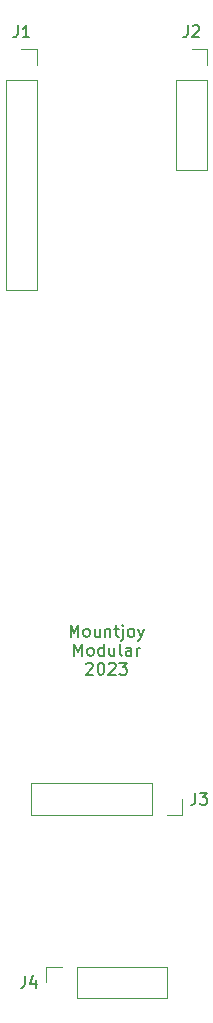
<source format=gbr>
%TF.GenerationSoftware,KiCad,Pcbnew,7.0.7*%
%TF.CreationDate,2023-08-21T16:48:37+01:00*%
%TF.ProjectId,QuadEnv_Controls_2,51756164-456e-4765-9f43-6f6e74726f6c,rev?*%
%TF.SameCoordinates,Original*%
%TF.FileFunction,Legend,Top*%
%TF.FilePolarity,Positive*%
%FSLAX46Y46*%
G04 Gerber Fmt 4.6, Leading zero omitted, Abs format (unit mm)*
G04 Created by KiCad (PCBNEW 7.0.7) date 2023-08-21 16:48:37*
%MOMM*%
%LPD*%
G01*
G04 APERTURE LIST*
%ADD10C,0.150000*%
%ADD11C,0.120000*%
G04 APERTURE END LIST*
D10*
X56352381Y-123444819D02*
X56352381Y-122444819D01*
X56352381Y-122444819D02*
X56685714Y-123159104D01*
X56685714Y-123159104D02*
X57019047Y-122444819D01*
X57019047Y-122444819D02*
X57019047Y-123444819D01*
X57638095Y-123444819D02*
X57542857Y-123397200D01*
X57542857Y-123397200D02*
X57495238Y-123349580D01*
X57495238Y-123349580D02*
X57447619Y-123254342D01*
X57447619Y-123254342D02*
X57447619Y-122968628D01*
X57447619Y-122968628D02*
X57495238Y-122873390D01*
X57495238Y-122873390D02*
X57542857Y-122825771D01*
X57542857Y-122825771D02*
X57638095Y-122778152D01*
X57638095Y-122778152D02*
X57780952Y-122778152D01*
X57780952Y-122778152D02*
X57876190Y-122825771D01*
X57876190Y-122825771D02*
X57923809Y-122873390D01*
X57923809Y-122873390D02*
X57971428Y-122968628D01*
X57971428Y-122968628D02*
X57971428Y-123254342D01*
X57971428Y-123254342D02*
X57923809Y-123349580D01*
X57923809Y-123349580D02*
X57876190Y-123397200D01*
X57876190Y-123397200D02*
X57780952Y-123444819D01*
X57780952Y-123444819D02*
X57638095Y-123444819D01*
X58828571Y-122778152D02*
X58828571Y-123444819D01*
X58400000Y-122778152D02*
X58400000Y-123301961D01*
X58400000Y-123301961D02*
X58447619Y-123397200D01*
X58447619Y-123397200D02*
X58542857Y-123444819D01*
X58542857Y-123444819D02*
X58685714Y-123444819D01*
X58685714Y-123444819D02*
X58780952Y-123397200D01*
X58780952Y-123397200D02*
X58828571Y-123349580D01*
X59304762Y-122778152D02*
X59304762Y-123444819D01*
X59304762Y-122873390D02*
X59352381Y-122825771D01*
X59352381Y-122825771D02*
X59447619Y-122778152D01*
X59447619Y-122778152D02*
X59590476Y-122778152D01*
X59590476Y-122778152D02*
X59685714Y-122825771D01*
X59685714Y-122825771D02*
X59733333Y-122921009D01*
X59733333Y-122921009D02*
X59733333Y-123444819D01*
X60066667Y-122778152D02*
X60447619Y-122778152D01*
X60209524Y-122444819D02*
X60209524Y-123301961D01*
X60209524Y-123301961D02*
X60257143Y-123397200D01*
X60257143Y-123397200D02*
X60352381Y-123444819D01*
X60352381Y-123444819D02*
X60447619Y-123444819D01*
X60780953Y-122778152D02*
X60780953Y-123635295D01*
X60780953Y-123635295D02*
X60733334Y-123730533D01*
X60733334Y-123730533D02*
X60638096Y-123778152D01*
X60638096Y-123778152D02*
X60590477Y-123778152D01*
X60780953Y-122444819D02*
X60733334Y-122492438D01*
X60733334Y-122492438D02*
X60780953Y-122540057D01*
X60780953Y-122540057D02*
X60828572Y-122492438D01*
X60828572Y-122492438D02*
X60780953Y-122444819D01*
X60780953Y-122444819D02*
X60780953Y-122540057D01*
X61400000Y-123444819D02*
X61304762Y-123397200D01*
X61304762Y-123397200D02*
X61257143Y-123349580D01*
X61257143Y-123349580D02*
X61209524Y-123254342D01*
X61209524Y-123254342D02*
X61209524Y-122968628D01*
X61209524Y-122968628D02*
X61257143Y-122873390D01*
X61257143Y-122873390D02*
X61304762Y-122825771D01*
X61304762Y-122825771D02*
X61400000Y-122778152D01*
X61400000Y-122778152D02*
X61542857Y-122778152D01*
X61542857Y-122778152D02*
X61638095Y-122825771D01*
X61638095Y-122825771D02*
X61685714Y-122873390D01*
X61685714Y-122873390D02*
X61733333Y-122968628D01*
X61733333Y-122968628D02*
X61733333Y-123254342D01*
X61733333Y-123254342D02*
X61685714Y-123349580D01*
X61685714Y-123349580D02*
X61638095Y-123397200D01*
X61638095Y-123397200D02*
X61542857Y-123444819D01*
X61542857Y-123444819D02*
X61400000Y-123444819D01*
X62066667Y-122778152D02*
X62304762Y-123444819D01*
X62542857Y-122778152D02*
X62304762Y-123444819D01*
X62304762Y-123444819D02*
X62209524Y-123682914D01*
X62209524Y-123682914D02*
X62161905Y-123730533D01*
X62161905Y-123730533D02*
X62066667Y-123778152D01*
X56685714Y-125054819D02*
X56685714Y-124054819D01*
X56685714Y-124054819D02*
X57019047Y-124769104D01*
X57019047Y-124769104D02*
X57352380Y-124054819D01*
X57352380Y-124054819D02*
X57352380Y-125054819D01*
X57971428Y-125054819D02*
X57876190Y-125007200D01*
X57876190Y-125007200D02*
X57828571Y-124959580D01*
X57828571Y-124959580D02*
X57780952Y-124864342D01*
X57780952Y-124864342D02*
X57780952Y-124578628D01*
X57780952Y-124578628D02*
X57828571Y-124483390D01*
X57828571Y-124483390D02*
X57876190Y-124435771D01*
X57876190Y-124435771D02*
X57971428Y-124388152D01*
X57971428Y-124388152D02*
X58114285Y-124388152D01*
X58114285Y-124388152D02*
X58209523Y-124435771D01*
X58209523Y-124435771D02*
X58257142Y-124483390D01*
X58257142Y-124483390D02*
X58304761Y-124578628D01*
X58304761Y-124578628D02*
X58304761Y-124864342D01*
X58304761Y-124864342D02*
X58257142Y-124959580D01*
X58257142Y-124959580D02*
X58209523Y-125007200D01*
X58209523Y-125007200D02*
X58114285Y-125054819D01*
X58114285Y-125054819D02*
X57971428Y-125054819D01*
X59161904Y-125054819D02*
X59161904Y-124054819D01*
X59161904Y-125007200D02*
X59066666Y-125054819D01*
X59066666Y-125054819D02*
X58876190Y-125054819D01*
X58876190Y-125054819D02*
X58780952Y-125007200D01*
X58780952Y-125007200D02*
X58733333Y-124959580D01*
X58733333Y-124959580D02*
X58685714Y-124864342D01*
X58685714Y-124864342D02*
X58685714Y-124578628D01*
X58685714Y-124578628D02*
X58733333Y-124483390D01*
X58733333Y-124483390D02*
X58780952Y-124435771D01*
X58780952Y-124435771D02*
X58876190Y-124388152D01*
X58876190Y-124388152D02*
X59066666Y-124388152D01*
X59066666Y-124388152D02*
X59161904Y-124435771D01*
X60066666Y-124388152D02*
X60066666Y-125054819D01*
X59638095Y-124388152D02*
X59638095Y-124911961D01*
X59638095Y-124911961D02*
X59685714Y-125007200D01*
X59685714Y-125007200D02*
X59780952Y-125054819D01*
X59780952Y-125054819D02*
X59923809Y-125054819D01*
X59923809Y-125054819D02*
X60019047Y-125007200D01*
X60019047Y-125007200D02*
X60066666Y-124959580D01*
X60685714Y-125054819D02*
X60590476Y-125007200D01*
X60590476Y-125007200D02*
X60542857Y-124911961D01*
X60542857Y-124911961D02*
X60542857Y-124054819D01*
X61495238Y-125054819D02*
X61495238Y-124531009D01*
X61495238Y-124531009D02*
X61447619Y-124435771D01*
X61447619Y-124435771D02*
X61352381Y-124388152D01*
X61352381Y-124388152D02*
X61161905Y-124388152D01*
X61161905Y-124388152D02*
X61066667Y-124435771D01*
X61495238Y-125007200D02*
X61400000Y-125054819D01*
X61400000Y-125054819D02*
X61161905Y-125054819D01*
X61161905Y-125054819D02*
X61066667Y-125007200D01*
X61066667Y-125007200D02*
X61019048Y-124911961D01*
X61019048Y-124911961D02*
X61019048Y-124816723D01*
X61019048Y-124816723D02*
X61066667Y-124721485D01*
X61066667Y-124721485D02*
X61161905Y-124673866D01*
X61161905Y-124673866D02*
X61400000Y-124673866D01*
X61400000Y-124673866D02*
X61495238Y-124626247D01*
X61971429Y-125054819D02*
X61971429Y-124388152D01*
X61971429Y-124578628D02*
X62019048Y-124483390D01*
X62019048Y-124483390D02*
X62066667Y-124435771D01*
X62066667Y-124435771D02*
X62161905Y-124388152D01*
X62161905Y-124388152D02*
X62257143Y-124388152D01*
X57685714Y-125760057D02*
X57733333Y-125712438D01*
X57733333Y-125712438D02*
X57828571Y-125664819D01*
X57828571Y-125664819D02*
X58066666Y-125664819D01*
X58066666Y-125664819D02*
X58161904Y-125712438D01*
X58161904Y-125712438D02*
X58209523Y-125760057D01*
X58209523Y-125760057D02*
X58257142Y-125855295D01*
X58257142Y-125855295D02*
X58257142Y-125950533D01*
X58257142Y-125950533D02*
X58209523Y-126093390D01*
X58209523Y-126093390D02*
X57638095Y-126664819D01*
X57638095Y-126664819D02*
X58257142Y-126664819D01*
X58876190Y-125664819D02*
X58971428Y-125664819D01*
X58971428Y-125664819D02*
X59066666Y-125712438D01*
X59066666Y-125712438D02*
X59114285Y-125760057D01*
X59114285Y-125760057D02*
X59161904Y-125855295D01*
X59161904Y-125855295D02*
X59209523Y-126045771D01*
X59209523Y-126045771D02*
X59209523Y-126283866D01*
X59209523Y-126283866D02*
X59161904Y-126474342D01*
X59161904Y-126474342D02*
X59114285Y-126569580D01*
X59114285Y-126569580D02*
X59066666Y-126617200D01*
X59066666Y-126617200D02*
X58971428Y-126664819D01*
X58971428Y-126664819D02*
X58876190Y-126664819D01*
X58876190Y-126664819D02*
X58780952Y-126617200D01*
X58780952Y-126617200D02*
X58733333Y-126569580D01*
X58733333Y-126569580D02*
X58685714Y-126474342D01*
X58685714Y-126474342D02*
X58638095Y-126283866D01*
X58638095Y-126283866D02*
X58638095Y-126045771D01*
X58638095Y-126045771D02*
X58685714Y-125855295D01*
X58685714Y-125855295D02*
X58733333Y-125760057D01*
X58733333Y-125760057D02*
X58780952Y-125712438D01*
X58780952Y-125712438D02*
X58876190Y-125664819D01*
X59590476Y-125760057D02*
X59638095Y-125712438D01*
X59638095Y-125712438D02*
X59733333Y-125664819D01*
X59733333Y-125664819D02*
X59971428Y-125664819D01*
X59971428Y-125664819D02*
X60066666Y-125712438D01*
X60066666Y-125712438D02*
X60114285Y-125760057D01*
X60114285Y-125760057D02*
X60161904Y-125855295D01*
X60161904Y-125855295D02*
X60161904Y-125950533D01*
X60161904Y-125950533D02*
X60114285Y-126093390D01*
X60114285Y-126093390D02*
X59542857Y-126664819D01*
X59542857Y-126664819D02*
X60161904Y-126664819D01*
X60495238Y-125664819D02*
X61114285Y-125664819D01*
X61114285Y-125664819D02*
X60780952Y-126045771D01*
X60780952Y-126045771D02*
X60923809Y-126045771D01*
X60923809Y-126045771D02*
X61019047Y-126093390D01*
X61019047Y-126093390D02*
X61066666Y-126141009D01*
X61066666Y-126141009D02*
X61114285Y-126236247D01*
X61114285Y-126236247D02*
X61114285Y-126474342D01*
X61114285Y-126474342D02*
X61066666Y-126569580D01*
X61066666Y-126569580D02*
X61019047Y-126617200D01*
X61019047Y-126617200D02*
X60923809Y-126664819D01*
X60923809Y-126664819D02*
X60638095Y-126664819D01*
X60638095Y-126664819D02*
X60542857Y-126617200D01*
X60542857Y-126617200D02*
X60495238Y-126569580D01*
X51866666Y-71684819D02*
X51866666Y-72399104D01*
X51866666Y-72399104D02*
X51819047Y-72541961D01*
X51819047Y-72541961D02*
X51723809Y-72637200D01*
X51723809Y-72637200D02*
X51580952Y-72684819D01*
X51580952Y-72684819D02*
X51485714Y-72684819D01*
X52866666Y-72684819D02*
X52295238Y-72684819D01*
X52580952Y-72684819D02*
X52580952Y-71684819D01*
X52580952Y-71684819D02*
X52485714Y-71827676D01*
X52485714Y-71827676D02*
X52390476Y-71922914D01*
X52390476Y-71922914D02*
X52295238Y-71970533D01*
X66916666Y-136654819D02*
X66916666Y-137369104D01*
X66916666Y-137369104D02*
X66869047Y-137511961D01*
X66869047Y-137511961D02*
X66773809Y-137607200D01*
X66773809Y-137607200D02*
X66630952Y-137654819D01*
X66630952Y-137654819D02*
X66535714Y-137654819D01*
X67297619Y-136654819D02*
X67916666Y-136654819D01*
X67916666Y-136654819D02*
X67583333Y-137035771D01*
X67583333Y-137035771D02*
X67726190Y-137035771D01*
X67726190Y-137035771D02*
X67821428Y-137083390D01*
X67821428Y-137083390D02*
X67869047Y-137131009D01*
X67869047Y-137131009D02*
X67916666Y-137226247D01*
X67916666Y-137226247D02*
X67916666Y-137464342D01*
X67916666Y-137464342D02*
X67869047Y-137559580D01*
X67869047Y-137559580D02*
X67821428Y-137607200D01*
X67821428Y-137607200D02*
X67726190Y-137654819D01*
X67726190Y-137654819D02*
X67440476Y-137654819D01*
X67440476Y-137654819D02*
X67345238Y-137607200D01*
X67345238Y-137607200D02*
X67297619Y-137559580D01*
X52496666Y-152154819D02*
X52496666Y-152869104D01*
X52496666Y-152869104D02*
X52449047Y-153011961D01*
X52449047Y-153011961D02*
X52353809Y-153107200D01*
X52353809Y-153107200D02*
X52210952Y-153154819D01*
X52210952Y-153154819D02*
X52115714Y-153154819D01*
X53401428Y-152488152D02*
X53401428Y-153154819D01*
X53163333Y-152107200D02*
X52925238Y-152821485D01*
X52925238Y-152821485D02*
X53544285Y-152821485D01*
X66266666Y-71684819D02*
X66266666Y-72399104D01*
X66266666Y-72399104D02*
X66219047Y-72541961D01*
X66219047Y-72541961D02*
X66123809Y-72637200D01*
X66123809Y-72637200D02*
X65980952Y-72684819D01*
X65980952Y-72684819D02*
X65885714Y-72684819D01*
X66695238Y-71780057D02*
X66742857Y-71732438D01*
X66742857Y-71732438D02*
X66838095Y-71684819D01*
X66838095Y-71684819D02*
X67076190Y-71684819D01*
X67076190Y-71684819D02*
X67171428Y-71732438D01*
X67171428Y-71732438D02*
X67219047Y-71780057D01*
X67219047Y-71780057D02*
X67266666Y-71875295D01*
X67266666Y-71875295D02*
X67266666Y-71970533D01*
X67266666Y-71970533D02*
X67219047Y-72113390D01*
X67219047Y-72113390D02*
X66647619Y-72684819D01*
X66647619Y-72684819D02*
X67266666Y-72684819D01*
D11*
%TO.C,J1*%
X50870000Y-76270000D02*
X50870000Y-94110000D01*
X50870000Y-76270000D02*
X53530000Y-76270000D01*
X50870000Y-94110000D02*
X53530000Y-94110000D01*
X52200000Y-73670000D02*
X53530000Y-73670000D01*
X53530000Y-73670000D02*
X53530000Y-75000000D01*
X53530000Y-76270000D02*
X53530000Y-94110000D01*
%TO.C,J3*%
X63210000Y-135870000D02*
X52990000Y-135870000D01*
X63210000Y-135870000D02*
X63210000Y-138530000D01*
X52990000Y-135870000D02*
X52990000Y-138530000D01*
X65810000Y-137200000D02*
X65810000Y-138530000D01*
X65810000Y-138530000D02*
X64480000Y-138530000D01*
X63210000Y-138530000D02*
X52990000Y-138530000D01*
%TO.C,J4*%
X56870000Y-154030000D02*
X64550000Y-154030000D01*
X56870000Y-154030000D02*
X56870000Y-151370000D01*
X64550000Y-154030000D02*
X64550000Y-151370000D01*
X54270000Y-152700000D02*
X54270000Y-151370000D01*
X54270000Y-151370000D02*
X55600000Y-151370000D01*
X56870000Y-151370000D02*
X64550000Y-151370000D01*
%TO.C,J2*%
X65270000Y-76270000D02*
X65270000Y-83950000D01*
X65270000Y-76270000D02*
X67930000Y-76270000D01*
X65270000Y-83950000D02*
X67930000Y-83950000D01*
X66600000Y-73670000D02*
X67930000Y-73670000D01*
X67930000Y-73670000D02*
X67930000Y-75000000D01*
X67930000Y-76270000D02*
X67930000Y-83950000D01*
%TD*%
M02*

</source>
